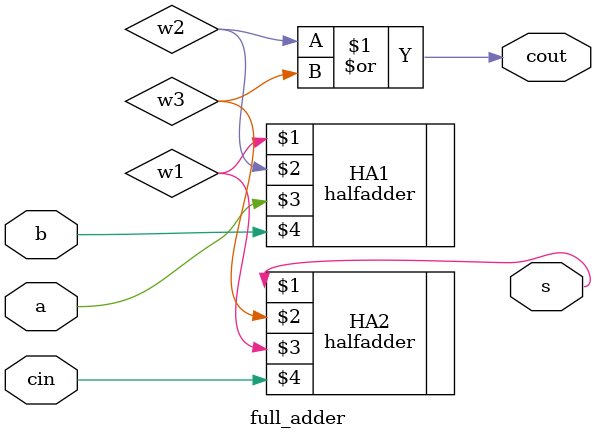
<source format=v>

module full_adder(s,cout,a,b,cin);
	input a,b,cin;
	output s,cout;
	wire w1,w2,w3;
	halfadder HA1(w1,w2,a,b);
	halfadder HA2(s,w3,w1,cin);
	or U1(cout,w2,w3);
endmodule

</source>
